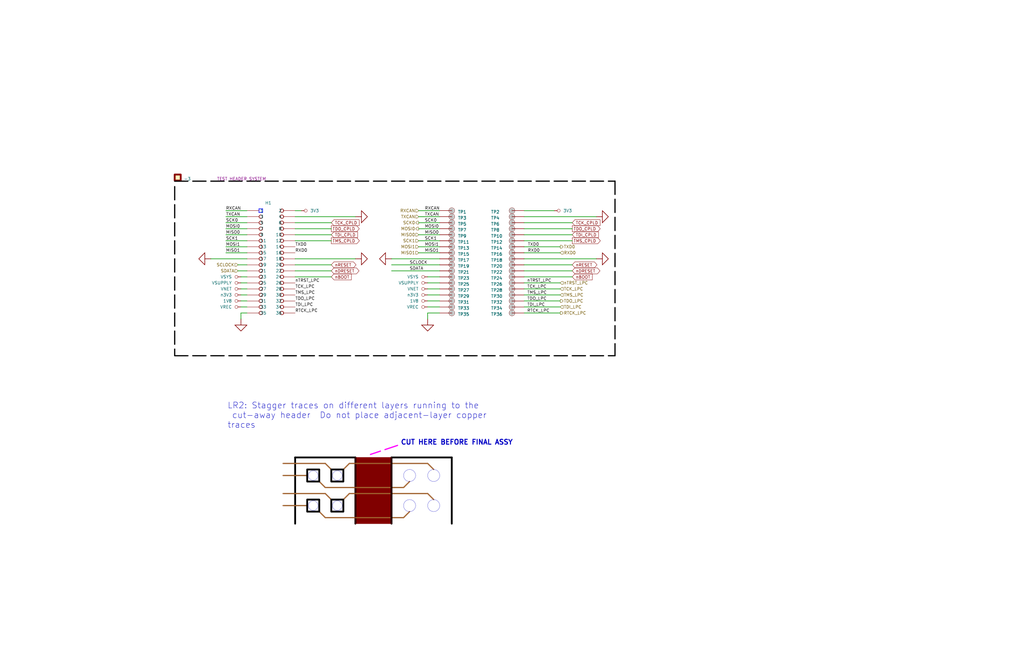
<source format=kicad_sch>
(kicad_sch (version 20231120) (generator "eeschema") (generator_version "8.0")
  (paper "B")
  (title_block (rev "-"))
  (lib_symbols
    (symbol "NNPS Symbols:1V8" (power)
      (property "Reference" "#PWR" (at 0 0 0))
      (property "Value" "1V8" (at 0 3.81 0))
      (symbol "1V8_0_0"
        (circle (center 0 -1.905) (radius 0.635) (stroke (width 0.127)))
        (polyline (pts (xy 0 0) (xy 0 -1.27)) (stroke (width 0.254)))
        (pin power_in line (at 0 0 0) (length 0) hide (name "1V8") (number ""))
      )
    )
    (symbol "NNPS:3V3" (power)
      (property "Reference" "#PWR" (at 0 0 0))
      (property "Value" "3V3" (at 0 3.81 0))
      (symbol "3V3_0_0"
        (circle (center 0 -1.905) (radius 0.635) (stroke (width 0.127)))
        (polyline (pts (xy 0 0) (xy 0 -1.27)) (stroke (width 0.254)))
        (pin power_in line (at 0 0 0) (length 0) hide (name "3V3") (number ""))
      )
    )
    (symbol "NNPS:GND" (power)
      (property "Reference" "#PWR" (at 0 0 0))
      (property "Value" "GND" (at 0 6.35 0))
      (symbol "GND_0_0"
        (polyline (pts (xy 0 0) (xy 0 -2.54)) (stroke (width 0.254)))
        (polyline (pts (xy -2.54 -2.54) (xy 2.54 -2.54) (xy 0 -5.08) (xy -2.54 -2.54)) (stroke (width 0.254)))
        (pin power_in line (at 0 0 0) (length 0) hide (name "GND") (number ""))
      )
    )
    (symbol "NNPS:n3V3" (power)
      (property "Reference" "#PWR" (at 0 0 0))
      (property "Value" "n3V3" (at 0 3.81 0))
      (symbol "n3V3_0_0"
        (circle (center 0 -1.905) (radius 0.635) (stroke (width 0.127)))
        (polyline (pts (xy 0 0) (xy 0 -1.27)) (stroke (width 0.254)))
        (pin power_in line (at 0 0 0) (length 0) hide (name "n3V3") (number ""))
      )
    )
    (symbol "NNPS:root_0_BOM_S1"
      (symbol "root_0_BOM_S1_1_0"
        (rectangle (start 2.54 0) (end 0 -2.54) (stroke (width 0.762)) (fill (type background)))
      )
    )
    (symbol "NNPS:root_0_Header 2X18"
      (symbol "root_0_Header 2X18_1_0"
        (polyline (pts (xy 0 -3.302) (xy 0 -1.778)) (stroke (width 0.254) (color 0 0 255 1)))
        (polyline (pts (xy 1.524 -3.302) (xy 0 -3.302)) (stroke (width 0.254) (color 0 0 255 1)))
        (polyline (pts (xy 1.524 -3.302) (xy 1.524 -1.778)) (stroke (width 0.254) (color 0 0 255 1)))
        (polyline (pts (xy 1.524 -1.778) (xy 0 -1.778)) (stroke (width 0.254) (color 0 0 255 1)))
        (circle (center 0.762 -45.72) (radius 0.728) (stroke (width 0.254)))
        (circle (center 0.762 -43.18) (radius 0.728) (stroke (width 0.254)))
        (circle (center 0.762 -40.64) (radius 0.728) (stroke (width 0.254)))
        (circle (center 0.762 -38.1) (radius 0.728) (stroke (width 0.254)))
        (circle (center 0.762 -35.56) (radius 0.728) (stroke (width 0.254)))
        (circle (center 0.762 -33.02) (radius 0.728) (stroke (width 0.254)))
        (circle (center 0.762 -30.48) (radius 0.728) (stroke (width 0.254)))
        (circle (center 0.762 -27.94) (radius 0.728) (stroke (width 0.254)))
        (circle (center 0.762 -25.4) (radius 0.728) (stroke (width 0.254)))
        (circle (center 0.762 -22.86) (radius 0.728) (stroke (width 0.254)))
        (circle (center 0.762 -20.32) (radius 0.728) (stroke (width 0.254)))
        (circle (center 0.762 -17.78) (radius 0.728) (stroke (width 0.254)))
        (circle (center 0.762 -15.24) (radius 0.728) (stroke (width 0.254)))
        (circle (center 0.762 -12.7) (radius 0.728) (stroke (width 0.254)))
        (circle (center 0.762 -10.16) (radius 0.728) (stroke (width 0.254)))
        (circle (center 0.762 -7.62) (radius 0.728) (stroke (width 0.254)))
        (circle (center 0.762 -5.08) (radius 0.728) (stroke (width 0.254)))
        (circle (center 9.652 -45.72) (radius 0.728) (stroke (width 0.254)))
        (circle (center 9.652 -43.18) (radius 0.728) (stroke (width 0.254)))
        (circle (center 9.652 -40.64) (radius 0.728) (stroke (width 0.254)))
        (circle (center 9.652 -38.1) (radius 0.728) (stroke (width 0.254)))
        (circle (center 9.652 -35.56) (radius 0.728) (stroke (width 0.254)))
        (circle (center 9.652 -33.02) (radius 0.728) (stroke (width 0.254)))
        (circle (center 9.652 -30.48) (radius 0.728) (stroke (width 0.254)))
        (circle (center 9.652 -27.94) (radius 0.728) (stroke (width 0.254)))
        (circle (center 9.652 -25.4) (radius 0.728) (stroke (width 0.254)))
        (circle (center 9.652 -22.86) (radius 0.728) (stroke (width 0.254)))
        (circle (center 9.652 -20.32) (radius 0.728) (stroke (width 0.254)))
        (circle (center 9.652 -17.78) (radius 0.728) (stroke (width 0.254)))
        (circle (center 9.652 -15.24) (radius 0.728) (stroke (width 0.254)))
        (circle (center 9.652 -12.7) (radius 0.728) (stroke (width 0.254)))
        (circle (center 9.652 -10.16) (radius 0.728) (stroke (width 0.254)))
        (circle (center 9.652 -7.62) (radius 0.728) (stroke (width 0.254)))
        (circle (center 9.652 -5.08) (radius 0.728) (stroke (width 0.254)))
        (circle (center 9.652 -2.54) (radius 0.728) (stroke (width 0.254)))
        (pin passive line (at -5.08 -2.54 0) (length 5.08) (name "1") (number "1"))
        (pin passive line (at 15.24 -12.7 180) (length 5.08) (name "10") (number "10"))
        (pin passive line (at -5.08 -15.24 0) (length 5.08) (name "11") (number "11"))
        (pin passive line (at 15.24 -15.24 180) (length 5.08) (name "12") (number "12"))
        (pin passive line (at -5.08 -17.78 0) (length 5.08) (name "13") (number "13"))
        (pin passive line (at 15.24 -17.78 180) (length 5.08) (name "14") (number "14"))
        (pin passive line (at -5.08 -20.32 0) (length 5.08) (name "15") (number "15"))
        (pin passive line (at 15.24 -20.32 180) (length 5.08) (name "16") (number "16"))
        (pin passive line (at -5.08 -22.86 0) (length 5.08) (name "17") (number "17"))
        (pin passive line (at 15.24 -22.86 180) (length 5.08) (name "18") (number "18"))
        (pin passive line (at -5.08 -25.4 0) (length 5.08) (name "19") (number "19"))
        (pin passive line (at 15.24 -2.54 180) (length 5.08) (name "2") (number "2"))
        (pin passive line (at 15.24 -25.4 180) (length 5.08) (name "20") (number "20"))
        (pin passive line (at -5.08 -27.94 0) (length 5.08) (name "21") (number "21"))
        (pin passive line (at 15.24 -27.94 180) (length 5.08) (name "22") (number "22"))
        (pin passive line (at -5.08 -30.48 0) (length 5.08) (name "23") (number "23"))
        (pin passive line (at 15.24 -30.48 180) (length 5.08) (name "24") (number "24"))
        (pin passive line (at -5.08 -33.02 0) (length 5.08) (name "25") (number "25"))
        (pin passive line (at 15.24 -33.02 180) (length 5.08) (name "26") (number "26"))
        (pin passive line (at -5.08 -35.56 0) (length 5.08) (name "27") (number "27"))
        (pin passive line (at 15.24 -35.56 180) (length 5.08) (name "28") (number "28"))
        (pin passive line (at -5.08 -38.1 0) (length 5.08) (name "29") (number "29"))
        (pin passive line (at -5.08 -5.08 0) (length 5.08) (name "3") (number "3"))
        (pin passive line (at 15.24 -38.1 180) (length 5.08) (name "30") (number "30"))
        (pin passive line (at -5.08 -40.64 0) (length 5.08) (name "31") (number "31"))
        (pin passive line (at 15.24 -40.64 180) (length 5.08) (name "32") (number "32"))
        (pin passive line (at -5.08 -43.18 0) (length 5.08) (name "33") (number "33"))
        (pin passive line (at 15.24 -43.18 180) (length 5.08) (name "34") (number "34"))
        (pin passive line (at -5.08 -45.72 0) (length 5.08) (name "35") (number "35"))
        (pin passive line (at 15.24 -45.72 180) (length 5.08) (name "36") (number "36"))
        (pin passive line (at 15.24 -5.08 180) (length 5.08) (name "4") (number "4"))
        (pin passive line (at -5.08 -7.62 0) (length 5.08) (name "5") (number "5"))
        (pin passive line (at 15.24 -7.62 180) (length 5.08) (name "6") (number "6"))
        (pin passive line (at -5.08 -10.16 0) (length 5.08) (name "7") (number "7"))
        (pin passive line (at 15.24 -10.16 180) (length 5.08) (name "8") (number "8"))
        (pin passive line (at -5.08 -12.7 0) (length 5.08) (name "9") (number "9"))
      )
    )
    (symbol "NNPS:root_3_TP"
      (symbol "root_3_TP_1_0"
        (circle (center 5.08 0) (radius 1.27) (stroke (width 0.0001)) (fill (type color) (color 192 192 192 1)))
        (pin passive line (at 0 0 0) (length 5.08) (name "TP") (number "1"))
      )
    )
    (symbol "NNPS:root_3_mirrored_TP"
      (symbol "root_3_mirrored_TP_1_0"
        (circle (center -5.08 0) (radius 1.27) (stroke (width 0.0001)) (fill (type color) (color 192 192 192 1)))
        (pin passive line (at 0 0 180) (length 5.08) (name "TP") (number "1"))
      )
    )
  )
  (wire (pts (xy 220.98 99.06) (xy 241.3 99.06)) (stroke (width 0.254)))
  (wire (pts (xy 220.98 111.76) (xy 241.3 111.76)) (stroke (width 0.254)))
  (wire (pts (xy 100.33 114.3) (xy 104.14 114.3)) (stroke (width 0.254)))
  (wire (pts (xy 185.42 119.38) (xy 180.34 119.38)) (stroke (width 0.254)))
  (wire (pts (xy 124.46 114.3) (xy 139.7 114.3)) (stroke (width 0.254)))
  (polyline (pts (xy 170.18 205.74) (xy 172.72 203.2)) (stroke (width 0.508) (type solid) (color 159 97 46 1)))
  (wire (pts (xy 95.25 106.68) (xy 104.14 106.68)) (stroke (width 0.254)))
  (wire (pts (xy 176.53 93.98) (xy 185.42 93.98)) (stroke (width 0.254)))
  (wire (pts (xy 124.46 109.22) (xy 149.86 109.22)) (stroke (width 0.254)))
  (polyline (pts (xy 180.34 208.28) (xy 182.88 210.82)) (stroke (width 0.508) (type solid) (color 159 97 46 1)))
  (wire (pts (xy 124.46 91.44) (xy 149.86 91.44)) (stroke (width 0.254)))
  (wire (pts (xy 176.53 96.52) (xy 185.42 96.52)) (stroke (width 0.254)))
  (wire (pts (xy 95.25 93.98) (xy 104.14 93.98)) (stroke (width 0.254)))
  (wire (pts (xy 124.46 88.9) (xy 127 88.9)) (stroke (width 0.254)))
  (wire (pts (xy 220.98 116.84) (xy 241.3 116.84)) (stroke (width 0.254)))
  (polyline (pts (xy 119.38 213.36) (xy 129.54 213.36)) (stroke (width 0.508) (type solid) (color 159 97 46 1)))
  (polyline (pts (xy 170.18 218.44) (xy 172.72 215.9)) (stroke (width 0.508) (type solid) (color 159 97 46 1)))
  (wire (pts (xy 185.42 114.3) (xy 165.1 114.3)) (stroke (width 0.254)))
  (polyline (pts (xy 137.16 205.74) (xy 134.62 203.2)) (stroke (width 0.508) (type solid) (color 159 97 46 1)))
  (polyline (pts (xy 137.16 218.44) (xy 170.18 218.44)) (stroke (width 0.508) (type solid) (color 159 97 46 1)))
  (wire (pts (xy 185.42 132.08) (xy 180.34 132.08)) (stroke (width 0.254)))
  (polyline (pts (xy 149.86 220.98) (xy 149.86 193.04)) (stroke (width 0.762) (type solid) (color 0 0 0 1)))
  (wire (pts (xy 124.46 116.84) (xy 139.7 116.84)) (stroke (width 0.254)))
  (wire (pts (xy 95.25 104.14) (xy 104.14 104.14)) (stroke (width 0.254)))
  (polyline (pts (xy 180.34 195.58) (xy 182.88 198.12)) (stroke (width 0.508) (type solid) (color 159 97 46 1)))
  (wire (pts (xy 101.6 121.92) (xy 104.14 121.92)) (stroke (width 0.254)))
  (wire (pts (xy 95.25 88.9) (xy 104.14 88.9)) (stroke (width 0.254)))
  (wire (pts (xy 220.98 91.44) (xy 251.46 91.44)) (stroke (width 0.254)))
  (wire (pts (xy 220.98 96.52) (xy 241.3 96.52)) (stroke (width 0.254)))
  (wire (pts (xy 95.25 99.06) (xy 104.14 99.06)) (stroke (width 0.254)))
  (polyline (pts (xy 137.16 195.58) (xy 139.7 198.12)) (stroke (width 0.508) (type solid) (color 159 97 46 1)))
  (wire (pts (xy 220.98 88.9) (xy 233.68 88.9)) (stroke (width 0.254)))
  (polyline (pts (xy 147.32 195.58) (xy 180.34 195.58)) (stroke (width 0.508) (type solid) (color 159 97 46 1)))
  (wire (pts (xy 124.46 101.6) (xy 139.7 101.6)) (stroke (width 0.254)))
  (wire (pts (xy 176.53 104.14) (xy 185.42 104.14)) (stroke (width 0.254)))
  (wire (pts (xy 176.53 106.68) (xy 185.42 106.68)) (stroke (width 0.254)))
  (polyline (pts (xy 144.78 210.82) (xy 147.32 208.28)) (stroke (width 0.508) (type solid) (color 159 97 46 1)))
  (wire (pts (xy 176.53 88.9) (xy 185.42 88.9)) (stroke (width 0.254)))
  (wire (pts (xy 101.6 119.38) (xy 104.14 119.38)) (stroke (width 0.254)))
  (wire (pts (xy 101.6 132.08) (xy 104.14 132.08)) (stroke (width 0.254)))
  (polyline (pts (xy 119.38 200.66) (xy 129.54 200.66)) (stroke (width 0.508) (type solid) (color 159 97 46 1)))
  (wire (pts (xy 176.53 91.44) (xy 185.42 91.44)) (stroke (width 0.254)))
  (polyline (pts (xy 73.66 78.74) (xy 73.66 149.86)) (stroke (width 0.508) (type dash) (color 0 0 0 1)))
  (wire (pts (xy 180.34 121.92) (xy 185.42 121.92)) (stroke (width 0.254)))
  (wire (pts (xy 220.98 106.68) (xy 236.22 106.68)) (stroke (width 0.254)))
  (wire (pts (xy 124.46 99.06) (xy 139.7 99.06)) (stroke (width 0.254)))
  (polyline (pts (xy 144.78 198.12) (xy 147.32 195.58)) (stroke (width 0.508) (type solid) (color 159 97 46 1)))
  (polyline (pts (xy 137.16 208.28) (xy 139.7 210.82)) (stroke (width 0.508) (type solid) (color 159 97 46 1)))
  (wire (pts (xy 180.34 132.08) (xy 180.34 134.62)) (stroke (width 0.254)))
  (polyline (pts (xy 119.38 195.58) (xy 137.16 195.58)) (stroke (width 0.508) (type solid) (color 159 97 46 1)))
  (wire (pts (xy 220.98 119.38) (xy 236.22 119.38)) (stroke (width 0.254)))
  (wire (pts (xy 124.46 96.52) (xy 139.7 96.52)) (stroke (width 0.254)))
  (polyline (pts (xy 124.46 193.04) (xy 149.86 193.04)) (stroke (width 0.762) (type solid) (color 0 0 0 1)))
  (wire (pts (xy 220.98 124.46) (xy 236.22 124.46)) (stroke (width 0.254)))
  (wire (pts (xy 88.9 109.22) (xy 104.14 109.22)) (stroke (width 0.254)))
  (wire (pts (xy 220.98 127) (xy 236.22 127)) (stroke (width 0.254)))
  (wire (pts (xy 220.98 101.6) (xy 241.3 101.6)) (stroke (width 0.254)))
  (polyline (pts (xy 137.16 205.74) (xy 170.18 205.74)) (stroke (width 0.508) (type solid) (color 159 97 46 1)))
  (polyline (pts (xy 259.334 76.454) (xy 259.334 150.114)) (stroke (width 0.508) (type dash) (color 0 0 0 1)))
  (polyline (pts (xy 190.5 220.98) (xy 190.5 193.04)) (stroke (width 0.762) (type solid) (color 0 0 0 1)))
  (polyline (pts (xy 124.46 220.98) (xy 124.46 193.04)) (stroke (width 0.762) (type solid) (color 0 0 0 1)))
  (wire (pts (xy 101.6 127) (xy 104.14 127)) (stroke (width 0.254)))
  (wire (pts (xy 176.53 91.44) (xy 179.07 91.44)))
  (wire (pts (xy 95.25 101.6) (xy 104.14 101.6)) (stroke (width 0.254)))
  (wire (pts (xy 220.98 129.54) (xy 236.22 129.54)) (stroke (width 0.254)))
  (wire (pts (xy 101.6 124.46) (xy 104.14 124.46)) (stroke (width 0.254)))
  (wire (pts (xy 101.6 116.84) (xy 104.14 116.84)) (stroke (width 0.254)))
  (wire (pts (xy 220.98 132.08) (xy 236.22 132.08)) (stroke (width 0.254)))
  (wire (pts (xy 185.42 127) (xy 180.34 127)) (stroke (width 0.254)))
  (polyline (pts (xy 167.64 187.96) (xy 156.21 191.77)) (stroke (width 0.508) (type dash) (color 255 0 255 1)))
  (wire (pts (xy 185.42 111.76) (xy 165.1 111.76)) (stroke (width 0.254)))
  (wire (pts (xy 124.46 111.76) (xy 139.7 111.76)) (stroke (width 0.254)))
  (wire (pts (xy 124.46 93.98) (xy 139.7 93.98)) (stroke (width 0.254)))
  (wire (pts (xy 101.6 129.54) (xy 104.14 129.54)) (stroke (width 0.254)))
  (polyline (pts (xy 73.66 150.114) (xy 259.334 150.114)) (stroke (width 0.508) (type dash) (color 0 0 0 1)))
  (wire (pts (xy 220.98 121.92) (xy 236.22 121.92)) (stroke (width 0.254)))
  (wire (pts (xy 220.98 93.98) (xy 241.3 93.98)) (stroke (width 0.254)))
  (wire (pts (xy 185.42 116.84) (xy 180.34 116.84)) (stroke (width 0.254)))
  (polyline (pts (xy 73.66 76.454) (xy 259.334 76.454)) (stroke (width 0.508) (type dash) (color 0 0 0 1)))
  (wire (pts (xy 220.98 114.3) (xy 241.3 114.3)) (stroke (width 0.254)))
  (polyline (pts (xy 119.38 208.28) (xy 137.16 208.28)) (stroke (width 0.508) (type solid) (color 159 97 46 1)))
  (wire (pts (xy 100.33 111.76) (xy 104.14 111.76)) (stroke (width 0.254)))
  (wire (pts (xy 185.42 109.22) (xy 165.1 109.22)) (stroke (width 0.254)))
  (wire (pts (xy 185.42 124.46) (xy 180.34 124.46)) (stroke (width 0.254)))
  (wire (pts (xy 176.53 99.06) (xy 185.42 99.06)) (stroke (width 0.254)))
  (polyline (pts (xy 165.1 193.04) (xy 190.5 193.04)) (stroke (width 0.762) (type solid) (color 0 0 0 1)))
  (wire (pts (xy 95.25 96.52) (xy 104.14 96.52)) (stroke (width 0.254)))
  (wire (pts (xy 180.34 129.54) (xy 185.42 129.54)) (stroke (width 0.254)))
  (wire (pts (xy 220.98 104.14) (xy 236.22 104.14)) (stroke (width 0.254)))
  (wire (pts (xy 176.53 101.6) (xy 185.42 101.6)) (stroke (width 0.254)))
  (wire (pts (xy 95.25 91.44) (xy 104.14 91.44)) (stroke (width 0.254)))
  (polyline (pts (xy 147.32 208.28) (xy 180.34 208.28)) (stroke (width 0.508) (type solid) (color 159 97 46 1)))
  (polyline (pts (xy 165.1 220.98) (xy 165.1 193.04)) (stroke (width 0.762) (type solid) (color 0 0 0 1)))
  (polyline (pts (xy 137.16 218.44) (xy 134.62 215.9)) (stroke (width 0.508) (type solid) (color 159 97 46 1)))
  (wire (pts (xy 101.6 134.62) (xy 101.6 132.08)) (stroke (width 0.254)))
  (wire (pts (xy 220.98 109.22) (xy 251.46 109.22)) (stroke (width 0.254)))
  (circle (center 182.88 200.66) (radius 2.54) (stroke (width 0.0001)))
  (circle (center 142.24 200.66) (radius 2.032) (stroke (width 0.0001)))
  (rectangle (start 134.62 210.82) (end 129.54 215.9) (stroke (width 0.762) (color 0 0 0 1)))
  (rectangle (start 165.1 193.04) (end 149.86 220.98) (stroke (width 0) (color 128 0 0 1)) (fill (type color) (color 128 0 0 1)))
  (rectangle (start 134.62 198.12) (end 129.54 203.2) (stroke (width 0.762) (color 0 0 0 1)))
  (circle (center 172.72 213.36) (radius 2.54) (stroke (width 0.0001)))
  (circle (center 132.08 200.66) (radius 2.032) (stroke (width 0.0001)))
  (rectangle (start 144.78 210.82) (end 139.7 215.9) (stroke (width 0.762) (color 0 0 0 1)))
  (circle (center 182.88 213.36) (radius 2.54) (stroke (width 0.0001)))
  (circle (center 132.08 213.36) (radius 2.032) (stroke (width 0.0001)))
  (circle (center 172.72 200.66) (radius 2.54) (stroke (width 0.0001)))
  (rectangle (start 144.78 198.12) (end 139.7 203.2) (stroke (width 0.762) (color 0 0 0 1)))
  (circle (center 142.24 213.36) (radius 2.032) (stroke (width 0.0001)))
  (text_box "LR2: Stagger traces on different layers running to the\n cut-away header  Do not place adjacent-layer copper traces" (at 93.98 167.64 0) (size 115.57 14.478) (stroke (width -0.0001) (color 0 0 0 1)) (fill (type color) (color 255 255 255 1)) (effects (font (size 2.54 2.54)) (justify left top)))
  (text "CUT HERE BEFORE FINAL ASSY" (at 168.91 187.96 0) (effects (font (size 2.032 2.032) (bold yes)) (justify left bottom)))
  (label "SCK0" (at 179.07 93.98 0))
  (label "SDATA" (at 172.72 114.3 0))
  (label "nTRST_LPC" (at 124.46 119.38 0))
  (label "RXCAN" (at 179.07 88.9 0))
  (label "MISO0" (at 95.25 99.06 0))
  (label "TXCAN" (at 95.25 91.44 0))
  (label "TMS_LPC" (at 222.25 124.46 0))
  (label "SCLOCK" (at 172.72 111.76 0))
  (label "TCK_LPC" (at 124.46 121.92 0))
  (label "TDO_LPC" (at 124.46 127 0))
  (label "MOSI1" (at 95.25 104.14 0))
  (label "nTRST_LPC" (at 222.25 119.38 0))
  (label "RTCK_LPC" (at 222.25 132.08 0))
  (label "MOSI1" (at 179.07 104.14 0))
  (label "MISO0" (at 179.07 99.06 0))
  (label "MOSI0" (at 95.25 96.52 0))
  (label "RTCK_LPC" (at 124.46 132.08 0))
  (label "TDO_LPC" (at 222.25 127 0))
  (label "TDI_LPC" (at 124.46 129.54 0))
  (label "RXD0" (at 124.46 106.68 0))
  (label "MOSI0" (at 179.07 96.52 0))
  (label "TMS_LPC" (at 124.46 124.46 0))
  (label "MISO1" (at 95.25 106.68 0))
  (label "SCK0" (at 95.25 93.98 0))
  (label "TCK_LPC" (at 222.25 121.92 0))
  (label "TDI_LPC" (at 222.25 129.54 0))
  (label "TXD0" (at 124.46 104.14 0))
  (label "MISO1" (at 179.07 106.68 0))
  (label "RXD0" (at 222.504 106.68 0))
  (label "RXCAN" (at 95.25 88.9 0))
  (label "TXD0" (at 222.504 104.14 0))
  (label "SCK1" (at 95.25 101.6 0))
  (label "SCK1" (at 179.07 101.6 0))
  (label "TXCAN" (at 179.07 91.44 0))
  (global_label "nBOOT" (shape input) (at 241.3 116.84 0) (property "Intersheetrefs" "${INTERSHEET_REFS}" (effects (hide yes))))
  (global_label "nRESET" (shape bidirectional) (at 241.3 111.76 0) (property "Intersheetrefs" "${INTERSHEET_REFS}" (effects (hide yes))))
  (global_label "TMS_CPLD" (shape output) (at 139.7 101.6 0) (property "Intersheetrefs" "${INTERSHEET_REFS}" (effects (hide yes))))
  (global_label "nDRESET" (shape bidirectional) (at 241.3 114.3 0) (property "Intersheetrefs" "${INTERSHEET_REFS}" (effects (hide yes))))
  (global_label "TDI_CPLD" (shape input) (at 139.7 99.06 0) (property "Intersheetrefs" "${INTERSHEET_REFS}" (effects (hide yes))))
  (global_label "TCK_CPLD" (shape input) (at 241.3 93.98 0) (property "Intersheetrefs" "${INTERSHEET_REFS}" (effects (hide yes))))
  (global_label "nRESET" (shape bidirectional) (at 139.7 111.76 0) (property "Intersheetrefs" "${INTERSHEET_REFS}" (effects (hide yes))))
  (global_label "TMS_CPLD" (shape output) (at 241.3 101.6 0) (property "Intersheetrefs" "${INTERSHEET_REFS}" (effects (hide yes))))
  (global_label "nBOOT" (shape input) (at 139.7 116.84 0) (property "Intersheetrefs" "${INTERSHEET_REFS}" (effects (hide yes))))
  (global_label "TDO_CPLD" (shape output) (at 241.3 96.52 0) (property "Intersheetrefs" "${INTERSHEET_REFS}" (effects (hide yes))))
  (global_label "TDI_CPLD" (shape input) (at 241.3 99.06 0) (property "Intersheetrefs" "${INTERSHEET_REFS}" (effects (hide yes))))
  (global_label "TDO_CPLD" (shape output) (at 139.7 96.52 0) (property "Intersheetrefs" "${INTERSHEET_REFS}" (effects (hide yes))))
  (global_label "TCK_CPLD" (shape input) (at 139.7 93.98 0) (property "Intersheetrefs" "${INTERSHEET_REFS}" (effects (hide yes))))
  (global_label "nDRESET" (shape bidirectional) (at 139.7 114.3 0) (property "Intersheetrefs" "${INTERSHEET_REFS}" (effects (hide yes))))
  (hierarchical_label "TXCAN" (shape input) (at 176.53 91.44 180))
  (hierarchical_label "TMS_LPC" (shape input) (at 236.22 124.46 0))
  (hierarchical_label "RXCAN" (shape input) (at 176.53 88.9 180))
  (hierarchical_label "TDO_LPC" (shape output) (at 236.22 127 0))
  (hierarchical_label "TDI_LPC" (shape input) (at 236.22 129.54 0))
  (hierarchical_label "TXD0" (shape output) (at 236.22 104.14 0))
  (hierarchical_label "SCK1" (shape input) (at 176.53 101.6 180))
  (hierarchical_label "SCK0" (shape output) (at 176.53 93.98 180))
  (hierarchical_label "MOSI1" (shape input) (at 176.53 104.14 180))
  (hierarchical_label "nTRST_LPC" (shape input) (at 236.22 119.38 0))
  (hierarchical_label "RTCK_LPC" (shape output) (at 236.22 132.08 0))
  (hierarchical_label "SDATA" (shape input) (at 100.33 114.3 180))
  (hierarchical_label "MISO1" (shape input) (at 176.53 106.68 180))
  (hierarchical_label "MISO0" (shape input) (at 176.53 99.06 180))
  (hierarchical_label "SCLOCK" (shape input) (at 100.33 111.76 180))
  (hierarchical_label "RXD0" (shape input) (at 236.22 106.68 0))
  (hierarchical_label "TCK_LPC" (shape input) (at 236.22 121.92 0))
  (hierarchical_label "MOSI0" (shape output) (at 176.53 96.52 180))
  (symbol (lib_id "NNPS:root_0_Header 2X18") (at 109.22 86.36 0) (unit 1)
    (property "Reference" "H1" (at 111.76 86.36 0) (effects (justify left bottom)))
    (property "Value" "0.1\"" (effects (hide yes)))
    (property "Footprint" "NNPS:HEADER36" (effects (hide yes)))
    (property "PACKAGEDESCRIPTION" "Thru-Hole" (effects (hide yes)))
  )
  (symbol (lib_id "NNPS:root_0_BOM_S1") (at 73.66 73.66 0) (unit 1) (exclude_from_sim yes) (in_bom no) (on_board no)
    (property "Reference" "-3" (at 77.47 76.2 0) (effects (justify left bottom)))
    (property "Value" "BOM_S1" (effects (hide yes)))
    (property "XDESCRIPTION" "TEST HEADER SYSTEM" (at 91.44 76.2 0) (effects (justify left bottom)))
  )
  (symbol (lib_id "NNPS:root_3_TP") (at 185.42 119.38 0) (unit 1)
    (property "Reference" "TP25" (at 193.04 120.65 0) (effects (justify left bottom)))
    (property "Value" "Test Point" (effects (hide yes)))
    (property "Footprint" "NNPS:TEST_POINT" (effects (hide yes)))
    (property "ALTIUM_VALUE" "*" (effects (hide yes)))
    (property "PACKAGE" "*" (effects (hide yes)))
    (property "MANUFACTURER" "*" (effects (hide yes)))
    (property "PARTNUMBER" "*" (effects (hide yes)))
  )
  (symbol (lib_id "NNPS:n3V3") (at 180.34 116.84 270) (unit 1)
    (property "Reference" "#PWR0242" (effects (hide yes)))
    (property "Value" "VSYS" (at 176.53 116.84 90) (effects (justify right)))
  )
  (symbol (lib_id "NNPS:root_3_mirrored_TP") (at 220.98 91.44 0) (unit 1)
    (property "Reference" "TP4" (at 207.01 92.71 0) (effects (justify left bottom)))
    (property "Value" "Test Point" (effects (hide yes)))
    (property "Footprint" "NNPS:TEST_POINT" (effects (hide yes)))
    (property "ALTIUM_VALUE" "*" (effects (hide yes)))
    (property "PACKAGE" "*" (effects (hide yes)))
    (property "MANUFACTURER" "*" (effects (hide yes)))
    (property "PARTNUMBER" "*" (effects (hide yes)))
  )
  (symbol (lib_id "NNPS:root_3_TP") (at 185.42 96.52 0) (unit 1)
    (property "Reference" "TP7" (at 193.04 97.79 0) (effects (justify left bottom)))
    (property "Value" "Test Point" (effects (hide yes)))
    (property "Footprint" "NNPS:TEST_POINT" (effects (hide yes)))
    (property "ALTIUM_VALUE" "*" (effects (hide yes)))
    (property "PACKAGE" "*" (effects (hide yes)))
    (property "MANUFACTURER" "*" (effects (hide yes)))
    (property "PARTNUMBER" "*" (effects (hide yes)))
  )
  (symbol (lib_id "NNPS:n3V3") (at 180.34 119.38 270) (unit 1)
    (property "Reference" "#PWR0233" (effects (hide yes)))
    (property "Value" "VSUPPLY" (at 176.53 119.38 90) (effects (justify right)))
  )
  (symbol (lib_id "NNPS:root_3_mirrored_TP") (at 220.98 129.54 0) (unit 1)
    (property "Reference" "TP34" (at 207.01 130.81 0) (effects (justify left bottom)))
    (property "Value" "Test Point" (effects (hide yes)))
    (property "Footprint" "NNPS:TEST_POINT" (effects (hide yes)))
    (property "ALTIUM_VALUE" "*" (effects (hide yes)))
    (property "PACKAGE" "*" (effects (hide yes)))
    (property "MANUFACTURER" "*" (effects (hide yes)))
    (property "PARTNUMBER" "*" (effects (hide yes)))
  )
  (symbol (lib_id "NNPS:root_3_TP") (at 185.42 88.9 0) (unit 1)
    (property "Reference" "TP1" (at 193.04 90.17 0) (effects (justify left bottom)))
    (property "Value" "Test Point" (effects (hide yes)))
    (property "Footprint" "NNPS:TEST_POINT" (effects (hide yes)))
    (property "ALTIUM_VALUE" "*" (effects (hide yes)))
    (property "PACKAGE" "*" (effects (hide yes)))
    (property "MANUFACTURER" "*" (effects (hide yes)))
    (property "PARTNUMBER" "*" (effects (hide yes)))
  )
  (symbol (lib_id "NNPS:root_3_TP") (at 185.42 124.46 0) (unit 1)
    (property "Reference" "TP29" (at 193.04 125.73 0) (effects (justify left bottom)))
    (property "Value" "Test Point" (effects (hide yes)))
    (property "Footprint" "NNPS:TEST_POINT" (effects (hide yes)))
    (property "ALTIUM_VALUE" "*" (effects (hide yes)))
    (property "PACKAGE" "*" (effects (hide yes)))
    (property "MANUFACTURER" "*" (effects (hide yes)))
    (property "PARTNUMBER" "*" (effects (hide yes)))
  )
  (symbol (lib_id "NNPS:root_3_mirrored_TP") (at 220.98 124.46 0) (unit 1)
    (property "Reference" "TP30" (at 207.01 125.73 0) (effects (justify left bottom)))
    (property "Value" "Test Point" (effects (hide yes)))
    (property "Footprint" "NNPS:TEST_POINT" (effects (hide yes)))
    (property "ALTIUM_VALUE" "*" (effects (hide yes)))
    (property "PACKAGE" "*" (effects (hide yes)))
    (property "MANUFACTURER" "*" (effects (hide yes)))
    (property "PARTNUMBER" "*" (effects (hide yes)))
  )
  (symbol (lib_id "NNPS:n3V3") (at 180.34 124.46 270) (unit 1)
    (property "Reference" "#PWR?" (effects (hide yes)))
    (property "Value" "n3V3" (at 176.53 124.46 90) (effects (justify right)))
  )
  (symbol (lib_id "NNPS:GND") (at 149.86 109.22 90) (unit 1)
    (property "Reference" "#PWR?" (effects (hide yes)))
    (property "Value" "GND" (effects (hide yes)))
  )
  (symbol (lib_id "NNPS:GND") (at 251.46 109.22 90) (unit 1)
    (property "Reference" "#PWR?" (effects (hide yes)))
    (property "Value" "GND" (effects (hide yes)))
  )
  (symbol (lib_id "NNPS:root_3_TP") (at 185.42 116.84 0) (unit 1)
    (property "Reference" "TP23" (at 193.04 118.11 0) (effects (justify left bottom)))
    (property "Value" "Test Point" (effects (hide yes)))
    (property "Footprint" "NNPS:TEST_POINT" (effects (hide yes)))
    (property "ALTIUM_VALUE" "*" (effects (hide yes)))
    (property "PACKAGE" "*" (effects (hide yes)))
    (property "MANUFACTURER" "*" (effects (hide yes)))
    (property "PARTNUMBER" "*" (effects (hide yes)))
  )
  (symbol (lib_id "NNPS:root_3_TP") (at 185.42 104.14 0) (unit 1)
    (property "Reference" "TP13" (at 193.04 105.41 0) (effects (justify left bottom)))
    (property "Value" "Test Point" (effects (hide yes)))
    (property "Footprint" "NNPS:TEST_POINT" (effects (hide yes)))
    (property "ALTIUM_VALUE" "*" (effects (hide yes)))
    (property "PACKAGE" "*" (effects (hide yes)))
    (property "MANUFACTURER" "*" (effects (hide yes)))
    (property "PARTNUMBER" "*" (effects (hide yes)))
  )
  (symbol (lib_id "NNPS:root_3_TP") (at 185.42 93.98 0) (unit 1)
    (property "Reference" "TP5" (at 193.04 95.25 0) (effects (justify left bottom)))
    (property "Value" "Test Point" (effects (hide yes)))
    (property "Footprint" "NNPS:TEST_POINT" (effects (hide yes)))
    (property "ALTIUM_VALUE" "*" (effects (hide yes)))
    (property "PACKAGE" "*" (effects (hide yes)))
    (property "MANUFACTURER" "*" (effects (hide yes)))
    (property "PARTNUMBER" "*" (effects (hide yes)))
  )
  (symbol (lib_id "NNPS:root_3_mirrored_TP") (at 220.98 99.06 0) (unit 1)
    (property "Reference" "TP10" (at 207.01 100.33 0) (effects (justify left bottom)))
    (property "Value" "Test Point" (effects (hide yes)))
    (property "Footprint" "NNPS:TEST_POINT" (effects (hide yes)))
    (property "ALTIUM_VALUE" "*" (effects (hide yes)))
    (property "PACKAGE" "*" (effects (hide yes)))
    (property "MANUFACTURER" "*" (effects (hide yes)))
    (property "PARTNUMBER" "*" (effects (hide yes)))
  )
  (symbol (lib_id "NNPS:3V3") (at 233.68 88.9 90) (unit 1)
    (property "Reference" "#PWR?" (effects (hide yes)))
    (property "Value" "3V3" (at 237.49 88.9 90) (effects (justify right)))
  )
  (symbol (lib_id "NNPS Symbols:1V8") (at 180.34 127 270) (unit 1)
    (property "Reference" "#PWR?" (effects (hide yes)))
    (property "Value" "1V8" (at 176.53 127 90) (effects (justify right)))
    (property "Description" "Power symbol creates a global label with name '1V8'" (effects (hide yes)))
  )
  (symbol (lib_id "NNPS:root_3_mirrored_TP") (at 220.98 96.52 0) (unit 1)
    (property "Reference" "TP8" (at 207.01 97.79 0) (effects (justify left bottom)))
    (property "Value" "Test Point" (effects (hide yes)))
    (property "Footprint" "NNPS:TEST_POINT" (effects (hide yes)))
    (property "ALTIUM_VALUE" "*" (effects (hide yes)))
    (property "PACKAGE" "*" (effects (hide yes)))
    (property "MANUFACTURER" "*" (effects (hide yes)))
    (property "PARTNUMBER" "*" (effects (hide yes)))
  )
  (symbol (lib_id "NNPS:n3V3") (at 101.6 121.92 270) (unit 1)
    (property "Reference" "#PWR0234" (effects (hide yes)))
    (property "Value" "VNET" (at 97.79 121.92 90) (effects (justify right)))
  )
  (symbol (lib_id "NNPS:root_3_mirrored_TP") (at 220.98 121.92 0) (unit 1)
    (property "Reference" "TP28" (at 207.01 123.19 0) (effects (justify left bottom)))
    (property "Value" "Test Point" (effects (hide yes)))
    (property "Footprint" "NNPS:TEST_POINT" (effects (hide yes)))
    (property "ALTIUM_VALUE" "*" (effects (hide yes)))
    (property "PACKAGE" "*" (effects (hide yes)))
    (property "MANUFACTURER" "*" (effects (hide yes)))
    (property "PARTNUMBER" "*" (effects (hide yes)))
  )
  (symbol (lib_id "NNPS:root_3_mirrored_TP") (at 220.98 127 0) (unit 1)
    (property "Reference" "TP32" (at 207.01 128.27 0) (effects (justify left bottom)))
    (property "Value" "Test Point" (effects (hide yes)))
    (property "Footprint" "NNPS:TEST_POINT" (effects (hide yes)))
    (property "ALTIUM_VALUE" "*" (effects (hide yes)))
    (property "PACKAGE" "*" (effects (hide yes)))
    (property "MANUFACTURER" "*" (effects (hide yes)))
    (property "PARTNUMBER" "*" (effects (hide yes)))
  )
  (symbol (lib_id "NNPS:root_3_TP") (at 185.42 91.44 0) (unit 1)
    (property "Reference" "TP3" (at 193.04 92.71 0) (effects (justify left bottom)))
    (property "Value" "Test Point" (effects (hide yes)))
    (property "Footprint" "NNPS:TEST_POINT" (effects (hide yes)))
    (property "ALTIUM_VALUE" "*" (effects (hide yes)))
    (property "PACKAGE" "*" (effects (hide yes)))
    (property "MANUFACTURER" "*" (effects (hide yes)))
    (property "PARTNUMBER" "*" (effects (hide yes)))
  )
  (symbol (lib_id "NNPS:root_3_TP") (at 185.42 129.54 0) (unit 1)
    (property "Reference" "TP33" (at 193.04 130.81 0) (effects (justify left bottom)))
    (property "Value" "Test Point" (effects (hide yes)))
    (property "Footprint" "NNPS:TEST_POINT" (effects (hide yes)))
    (property "ALTIUM_VALUE" "*" (effects (hide yes)))
    (property "PACKAGE" "*" (effects (hide yes)))
    (property "MANUFACTURER" "*" (effects (hide yes)))
    (property "PARTNUMBER" "*" (effects (hide yes)))
  )
  (symbol (lib_id "NNPS:root_3_TP") (at 185.42 127 0) (unit 1)
    (property "Reference" "TP31" (at 193.04 128.27 0) (effects (justify left bottom)))
    (property "Value" "Test Point" (effects (hide yes)))
    (property "Footprint" "NNPS:TEST_POINT" (effects (hide yes)))
    (property "ALTIUM_VALUE" "*" (effects (hide yes)))
    (property "PACKAGE" "*" (effects (hide yes)))
    (property "MANUFACTURER" "*" (effects (hide yes)))
    (property "PARTNUMBER" "*" (effects (hide yes)))
  )
  (symbol (lib_id "NNPS:root_3_mirrored_TP") (at 220.98 109.22 0) (unit 1)
    (property "Reference" "TP18" (at 207.01 110.49 0) (effects (justify left bottom)))
    (property "Value" "Test Point" (effects (hide yes)))
    (property "Footprint" "NNPS:TEST_POINT" (effects (hide yes)))
    (property "ALTIUM_VALUE" "*" (effects (hide yes)))
    (property "PACKAGE" "*" (effects (hide yes)))
    (property "MANUFACTURER" "*" (effects (hide yes)))
    (property "PARTNUMBER" "*" (effects (hide yes)))
  )
  (symbol (lib_id "NNPS:GND") (at 149.86 91.44 90) (unit 1)
    (property "Reference" "#PWR?" (effects (hide yes)))
    (property "Value" "GND" (effects (hide yes)))
  )
  (symbol (lib_id "NNPS Symbols:1V8") (at 101.6 129.54 270) (unit 1)
    (property "Reference" "#PWR0236" (effects (hide yes)))
    (property "Value" "VREC" (at 97.79 129.54 90) (effects (justify right)))
    (property "Description" "Power symbol creates a global label with name '1V8'" (effects (hide yes)))
  )
  (symbol (lib_id "NNPS Symbols:1V8") (at 101.6 127 270) (unit 1)
    (property "Reference" "#PWR?" (effects (hide yes)))
    (property "Value" "1V8" (at 97.79 127 90) (effects (justify right)))
    (property "Description" "Power symbol creates a global label with name '1V8'" (effects (hide yes)))
  )
  (symbol (lib_id "NNPS:n3V3") (at 101.6 116.84 270) (unit 1)
    (property "Reference" "#PWR0241" (effects (hide yes)))
    (property "Value" "VSYS" (at 97.79 116.84 90) (effects (justify right)))
  )
  (symbol (lib_id "NNPS Symbols:1V8") (at 180.34 129.54 270) (unit 1)
    (property "Reference" "#PWR0237" (effects (hide yes)))
    (property "Value" "VREC" (at 176.53 129.54 90) (effects (justify right)))
    (property "Description" "Power symbol creates a global label with name '1V8'" (effects (hide yes)))
  )
  (symbol (lib_id "NNPS:GND") (at 88.9 109.22 270) (unit 1)
    (property "Reference" "#PWR?" (effects (hide yes)))
    (property "Value" "GND" (effects (hide yes)))
  )
  (symbol (lib_id "NNPS:GND") (at 180.34 134.62 0) (unit 1)
    (property "Reference" "#PWR?" (effects (hide yes)))
    (property "Value" "GND" (effects (hide yes)))
  )
  (symbol (lib_id "NNPS:root_3_TP") (at 185.42 106.68 0) (unit 1)
    (property "Reference" "TP15" (at 193.04 107.95 0) (effects (justify left bottom)))
    (property "Value" "Test Point" (effects (hide yes)))
    (property "Footprint" "NNPS:TEST_POINT" (effects (hide yes)))
    (property "ALTIUM_VALUE" "*" (effects (hide yes)))
    (property "PACKAGE" "*" (effects (hide yes)))
    (property "MANUFACTURER" "*" (effects (hide yes)))
    (property "PARTNUMBER" "*" (effects (hide yes)))
  )
  (symbol (lib_id "NNPS:root_3_mirrored_TP") (at 220.98 116.84 0) (unit 1)
    (property "Reference" "TP24" (at 207.01 118.11 0) (effects (justify left bottom)))
    (property "Value" "Test Point" (effects (hide yes)))
    (property "Footprint" "NNPS:TEST_POINT" (effects (hide yes)))
    (property "ALTIUM_VALUE" "*" (effects (hide yes)))
    (property "PACKAGE" "*" (effects (hide yes)))
    (property "MANUFACTURER" "*" (effects (hide yes)))
    (property "PARTNUMBER" "*" (effects (hide yes)))
  )
  (symbol (lib_id "NNPS:root_3_mirrored_TP") (at 220.98 104.14 0) (unit 1)
    (property "Reference" "TP14" (at 207.01 105.41 0) (effects (justify left bottom)))
    (property "Value" "Test Point" (effects (hide yes)))
    (property "Footprint" "NNPS:TEST_POINT" (effects (hide yes)))
    (property "ALTIUM_VALUE" "*" (effects (hide yes)))
    (property "PACKAGE" "*" (effects (hide yes)))
    (property "MANUFACTURER" "*" (effects (hide yes)))
    (property "PARTNUMBER" "*" (effects (hide yes)))
  )
  (symbol (lib_id "NNPS:GND") (at 101.6 134.62 0) (unit 1)
    (property "Reference" "#PWR?" (effects (hide yes)))
    (property "Value" "GND" (effects (hide yes)))
  )
  (symbol (lib_id "NNPS:root_3_mirrored_TP") (at 220.98 93.98 0) (unit 1)
    (property "Reference" "TP6" (at 207.01 95.25 0) (effects (justify left bottom)))
    (property "Value" "Test Point" (effects (hide yes)))
    (property "Footprint" "NNPS:TEST_POINT" (effects (hide yes)))
    (property "ALTIUM_VALUE" "*" (effects (hide yes)))
    (property "PACKAGE" "*" (effects (hide yes)))
    (property "MANUFACTURER" "*" (effects (hide yes)))
    (property "PARTNUMBER" "*" (effects (hide yes)))
  )
  (symbol (lib_id "NNPS:root_3_TP") (at 185.42 111.76 0) (unit 1)
    (property "Reference" "TP19" (at 193.04 113.03 0) (effects (justify left bottom)))
    (property "Value" "Test Point" (effects (hide yes)))
    (property "Footprint" "NNPS:TEST_POINT" (effects (hide yes)))
    (property "ALTIUM_VALUE" "*" (effects (hide yes)))
    (property "PACKAGE" "*" (effects (hide yes)))
    (property "MANUFACTURER" "*" (effects (hide yes)))
    (property "PARTNUMBER" "*" (effects (hide yes)))
  )
  (symbol (lib_id "NNPS:root_3_mirrored_TP") (at 220.98 132.08 0) (unit 1)
    (property "Reference" "TP36" (at 207.01 133.35 0) (effects (justify left bottom)))
    (property "Value" "Test Point" (effects (hide yes)))
    (property "Footprint" "NNPS:TEST_POINT" (effects (hide yes)))
    (property "ALTIUM_VALUE" "*" (effects (hide yes)))
    (property "PACKAGE" "*" (effects (hide yes)))
    (property "MANUFACTURER" "*" (effects (hide yes)))
    (property "PARTNUMBER" "*" (effects (hide yes)))
  )
  (symbol (lib_id "NNPS:root_3_TP") (at 185.42 101.6 0) (unit 1)
    (property "Reference" "TP11" (at 193.04 102.87 0) (effects (justify left bottom)))
    (property "Value" "Test Point" (effects (hide yes)))
    (property "Footprint" "NNPS:TEST_POINT" (effects (hide yes)))
    (property "ALTIUM_VALUE" "*" (effects (hide yes)))
    (property "PACKAGE" "*" (effects (hide yes)))
    (property "MANUFACTURER" "*" (effects (hide yes)))
    (property "PARTNUMBER" "*" (effects (hide yes)))
  )
  (symbol (lib_id "NNPS:root_3_TP") (at 185.42 132.08 0) (unit 1)
    (property "Reference" "TP35" (at 193.04 133.35 0) (effects (justify left bottom)))
    (property "Value" "Test Point" (effects (hide yes)))
    (property "Footprint" "NNPS:TEST_POINT" (effects (hide yes)))
    (property "ALTIUM_VALUE" "*" (effects (hide yes)))
    (property "PACKAGE" "*" (effects (hide yes)))
    (property "MANUFACTURER" "*" (effects (hide yes)))
    (property "PARTNUMBER" "*" (effects (hide yes)))
  )
  (symbol (lib_id "NNPS:n3V3") (at 180.34 121.92 270) (unit 1)
    (property "Reference" "#PWR0238" (effects (hide yes)))
    (property "Value" "VNET" (at 176.53 121.92 90) (effects (justify right)))
  )
  (symbol (lib_id "NNPS:GND") (at 165.1 109.22 270) (unit 1)
    (property "Reference" "#PWR?" (effects (hide yes)))
    (property "Value" "GND" (effects (hide yes)))
  )
  (symbol (lib_id "NNPS:root_3_mirrored_TP") (at 220.98 88.9 0) (unit 1)
    (property "Reference" "TP2" (at 207.01 90.17 0) (effects (justify left bottom)))
    (property "Value" "Test Point" (effects (hide yes)))
    (property "Footprint" "NNPS:TEST_POINT" (effects (hide yes)))
    (property "ALTIUM_VALUE" "*" (effects (hide yes)))
    (property "PACKAGE" "*" (effects (hide yes)))
    (property "MANUFACTURER" "*" (effects (hide yes)))
    (property "PARTNUMBER" "*" (effects (hide yes)))
  )
  (symbol (lib_id "NNPS:GND") (at 251.46 91.44 90) (unit 1)
    (property "Reference" "#PWR?" (effects (hide yes)))
    (property "Value" "GND" (effects (hide yes)))
  )
  (symbol (lib_id "NNPS:root_3_mirrored_TP") (at 220.98 119.38 0) (unit 1)
    (property "Reference" "TP26" (at 207.01 120.65 0) (effects (justify left bottom)))
    (property "Value" "Test Point" (effects (hide yes)))
    (property "Footprint" "NNPS:TEST_POINT" (effects (hide yes)))
    (property "ALTIUM_VALUE" "*" (effects (hide yes)))
    (property "PACKAGE" "*" (effects (hide yes)))
    (property "MANUFACTURER" "*" (effects (hide yes)))
    (property "PARTNUMBER" "*" (effects (hide yes)))
  )
  (symbol (lib_id "NNPS:root_3_mirrored_TP") (at 220.98 106.68 0) (unit 1)
    (property "Reference" "TP16" (at 207.01 107.95 0) (effects (justify left bottom)))
    (property "Value" "Test Point" (effects (hide yes)))
    (property "Footprint" "NNPS:TEST_POINT" (effects (hide yes)))
    (property "ALTIUM_VALUE" "*" (effects (hide yes)))
    (property "PACKAGE" "*" (effects (hide yes)))
    (property "MANUFACTURER" "*" (effects (hide yes)))
    (property "PARTNUMBER" "*" (effects (hide yes)))
  )
  (symbol (lib_id "NNPS:n3V3") (at 101.6 119.38 270) (unit 1)
    (property "Reference" "#PWR0232" (effects (hide yes)))
    (property "Value" "VSUPPLY" (at 97.79 119.38 90) (effects (justify right)))
  )
  (symbol (lib_id "NNPS:root_3_mirrored_TP") (at 220.98 111.76 0) (unit 1)
    (property "Reference" "TP20" (at 207.01 113.03 0) (effects (justify left bottom)))
    (property "Value" "Test Point" (effects (hide yes)))
    (property "Footprint" "NNPS:TEST_POINT" (effects (hide yes)))
    (property "ALTIUM_VALUE" "*" (effects (hide yes)))
    (property "PACKAGE" "*" (effects (hide yes)))
    (property "MANUFACTURER" "*" (effects (hide yes)))
    (property "PARTNUMBER" "*" (effects (hide yes)))
  )
  (symbol (lib_id "NNPS:n3V3") (at 101.6 124.46 270) (unit 1)
    (property "Reference" "#PWR?" (effects (hide yes)))
    (property "Value" "n3V3" (at 97.79 124.46 90) (effects (justify right)))
  )
  (symbol (lib_id "NNPS:root_3_mirrored_TP") (at 220.98 101.6 0) (unit 1)
    (property "Reference" "TP12" (at 207.01 102.87 0) (effects (justify left bottom)))
    (property "Value" "Test Point" (effects (hide yes)))
    (property "Footprint" "NNPS:TEST_POINT" (effects (hide yes)))
    (property "ALTIUM_VALUE" "*" (effects (hide yes)))
    (property "PACKAGE" "*" (effects (hide yes)))
    (property "MANUFACTURER" "*" (effects (hide yes)))
    (property "PARTNUMBER" "*" (effects (hide yes)))
  )
  (symbol (lib_id "NNPS:root_3_TP") (at 185.42 121.92 0) (unit 1)
    (property "Reference" "TP27" (at 193.04 123.19 0) (effects (justify left bottom)))
    (property "Value" "Test Point" (effects (hide yes)))
    (property "Footprint" "NNPS:TEST_POINT" (effects (hide yes)))
    (property "ALTIUM_VALUE" "*" (effects (hide yes)))
    (property "PACKAGE" "*" (effects (hide yes)))
    (property "MANUFACTURER" "*" (effects (hide yes)))
    (property "PARTNUMBER" "*" (effects (hide yes)))
  )
  (symbol (lib_id "NNPS:root_3_TP") (at 185.42 99.06 0) (unit 1)
    (property "Reference" "TP9" (at 193.04 100.33 0) (effects (justify left bottom)))
    (property "Value" "Test Point" (effects (hide yes)))
    (property "Footprint" "NNPS:TEST_POINT" (effects (hide yes)))
    (property "ALTIUM_VALUE" "*" (effects (hide yes)))
    (property "PACKAGE" "*" (effects (hide yes)))
    (property "MANUFACTURER" "*" (effects (hide yes)))
    (property "PARTNUMBER" "*" (effects (hide yes)))
  )
  (symbol (lib_id "NNPS:root_3_mirrored_TP") (at 220.98 114.3 0) (unit 1)
    (property "Reference" "TP22" (at 207.01 115.57 0) (effects (justify left bottom)))
    (property "Value" "Test Point" (effects (hide yes)))
    (property "Footprint" "NNPS:TEST_POINT" (effects (hide yes)))
    (property "ALTIUM_VALUE" "*" (effects (hide yes)))
    (property "PACKAGE" "*" (effects (hide yes)))
    (property "MANUFACTURER" "*" (effects (hide yes)))
    (property "PARTNUMBER" "*" (effects (hide yes)))
  )
  (symbol (lib_id "NNPS:root_3_TP") (at 185.42 114.3 0) (unit 1)
    (property "Reference" "TP21" (at 193.04 115.57 0) (effects (justify left bottom)))
    (property "Value" "Test Point" (effects (hide yes)))
    (property "Footprint" "NNPS:TEST_POINT" (effects (hide yes)))
    (property "ALTIUM_VALUE" "*" (effects (hide yes)))
    (property "PACKAGE" "*" (effects (hide yes)))
    (property "MANUFACTURER" "*" (effects (hide yes)))
    (property "PARTNUMBER" "*" (effects (hide yes)))
  )
  (symbol (lib_id "NNPS:root_3_TP") (at 185.42 109.22 0) (unit 1)
    (property "Reference" "TP17" (at 193.04 110.49 0) (effects (justify left bottom)))
    (property "Value" "Test Point" (effects (hide yes)))
    (property "Footprint" "NNPS:TEST_POINT" (effects (hide yes)))
    (property "ALTIUM_VALUE" "*" (effects (hide yes)))
    (property "PACKAGE" "*" (effects (hide yes)))
    (property "MANUFACTURER" "*" (effects (hide yes)))
    (property "PARTNUMBER" "*" (effects (hide yes)))
  )
  (symbol (lib_id "NNPS:3V3") (at 127 88.9 90) (unit 1)
    (property "Reference" "#PWR?" (effects (hide yes)))
    (property "Value" "3V3" (at 130.81 88.9 90) (effects (justify right)))
  )
)
</source>
